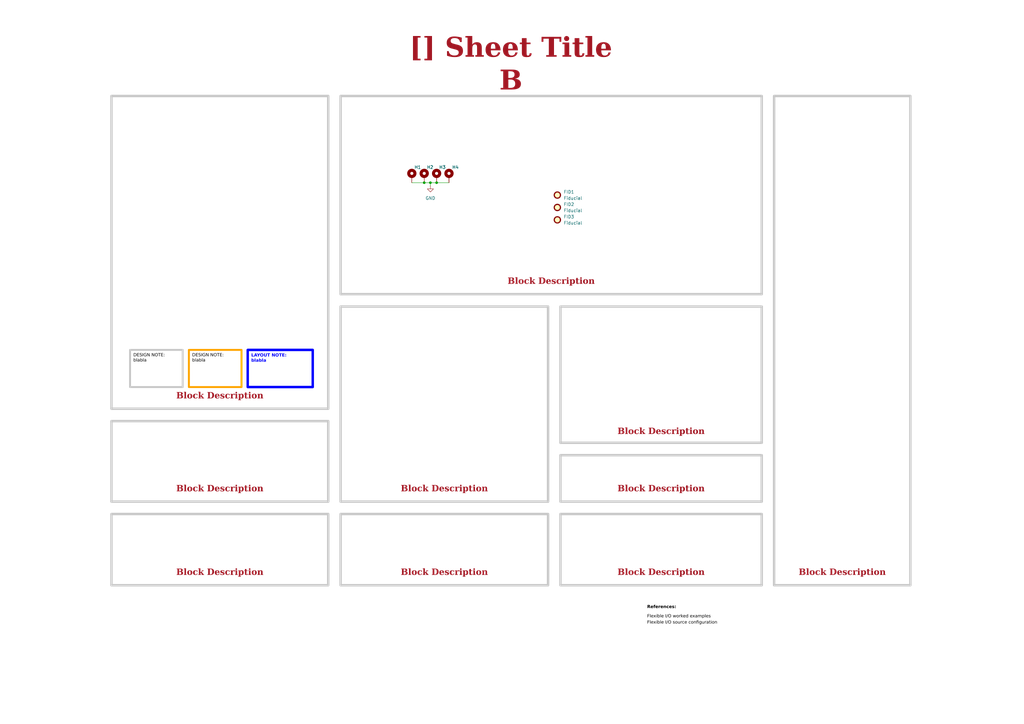
<source format=kicad_sch>
(kicad_sch (version 20250114) (generator "eeschema") (generator_version "9.0")
  (paper "A3")
  (title_block (title "Sheet Title B") (date "2025-01-12") (rev "${REVISION}") (company "${COMPANY}"))
  (lib_symbols
    (symbol "Mechanical:Fiducial" (in_bom no)
      (property "Reference" "FID" (at 0 5.08 0))
      (property "Value" "Fiducial" (at 0 3.175 0))
      (symbol "Fiducial_0_1"
        (circle (center 0 0) (radius 1.27) (stroke (width 0.508)) (fill (type background)))
      )
    )
    (symbol "Mechanical:MountingHole_Pad" (pin_numbers (hide yes)) (pin_names (offset 1.016) (hide yes)) (in_bom no)
      (property "Reference" "H" (at 0 6.35 0))
      (property "Value" "MountingHole_Pad" (at 0 4.445 0))
      (symbol "MountingHole_Pad_0_1"
        (circle (center 0 1.27) (radius 1.27) (stroke (width 1.27)))
      )
      (symbol "MountingHole_Pad_1_1"
        (pin input line (at 0 -2.54 90) (length 2.54) (name "1") (number "1"))
      )
    )
    (symbol "power:GND" (power) (pin_numbers (hide yes)) (pin_names (offset 0) (hide yes))
      (property "Value" "GND" (at 0 -3.81 0))
      (symbol "GND_0_1"
        (polyline (pts (xy 0 0) (xy 0 -1.27) (xy 1.27 -1.27) (xy 0 -2.54) (xy -1.27 -1.27) (xy 0 -1.27)))
      )
      (symbol "GND_1_1"
        (pin power_in line (at 0 0 270) (length 0) (name "~") (number "1"))
      )
    )
  )
  (rectangle (start 139.7 125.73) (end 224.79 205.74) (stroke (width 1) (color 200 200 200 1)))
  (rectangle (start 317.5 39.37) (end 373.38 240.03) (stroke (width 1) (color 200 200 200 1)))
  (rectangle (start 45.72 172.72) (end 134.62 205.74) (stroke (width 1) (color 200 200 200 1)))
  (rectangle (start 45.72 210.82) (end 134.62 240.03) (stroke (width 1) (color 200 200 200 1)))
  (rectangle (start 229.87 186.69) (end 312.42 205.74) (stroke (width 1) (color 200 200 200 1)))
  (rectangle (start 229.87 125.73) (end 312.42 181.61) (stroke (width 1) (color 200 200 200 1)))
  (rectangle (start 139.7 210.82) (end 224.79 240.03) (stroke (width 1) (color 200 200 200 1)))
  (rectangle (start 45.72 39.37) (end 134.62 167.64) (stroke (width 1) (color 200 200 200 1)))
  (rectangle (start 139.7 39.37) (end 312.42 120.65) (stroke (width 1) (color 200 200 200 1)))
  (rectangle (start 229.87 210.82) (end 312.42 240.03) (stroke (width 1) (color 200 200 200 1)))
  (text "Flexible I/O worked examples" (at 265.43 254 0) (effects (font (size 1.27 1.27)) (justify left bottom)))
  (text "References:" (at 265.43 250.19 0) (effects (font (size 1.27 1.27) (thickness 0.254) (bold yes)) (justify left bottom)))
  (text "Flexible I/O source configuration" (at 265.43 256.54 0) (effects (font (size 1.27 1.27)) (justify left bottom)))
  (text_box "Block Description" (at 46.99 194.31 0) (size 86.36 9.525) (margins 1.9049 1.9049 1.9049 1.9049) (stroke (width -0.0001)) (effects (font (size 2.54 2.54) (thickness 0.508) (bold yes)) (justify bottom)))
  (text_box "Block Description" (at 140.97 228.6 0) (size 82.55 9.525) (margins 1.9049 1.9049 1.9049 1.9049) (stroke (width -0.0001)) (effects (font (size 2.54 2.54) (thickness 0.508) (bold yes)) (justify bottom)))
  (text_box "[${#}] ${TITLE}" (at 161.29 20.32 0) (size 96.52 12.7) (margins 5.9999 5.9999 5.9999 5.9999) (stroke (width -0.0001)) (effects (font (size 8 8) (thickness 1.2) (bold yes))))
  (text_box "Block Description" (at 46.99 228.6 0) (size 86.36 9.525) (margins 1.9049 1.9049 1.9049 1.9049) (stroke (width -0.0001)) (effects (font (size 2.54 2.54) (thickness 0.508) (bold yes)) (justify bottom)))
  (text_box "DESIGN NOTE:\nblabla" (at 77.47 143.51 0) (size 21.59 15.24) (margins 1.3525 1.3525 1.3525 1.3525) (stroke (width 0.8) (color 255 165 0 1)) (effects (font (size 1.27 1.27)) (justify left top)))
  (text_box "Block Description" (at 231.14 228.6 0) (size 80.01 9.525) (margins 1.9049 1.9049 1.9049 1.9049) (stroke (width -0.0001)) (effects (font (size 2.54 2.54) (thickness 0.508) (bold yes)) (justify bottom)))
  (text_box "LAYOUT NOTE:\nblabla" (at 101.6 143.51 0) (size 26.67 15.24) (margins 1.4525 1.4525 1.4525 1.4525) (stroke (width 1) (color 0 0 255 1)) (effects (font (size 1.27 1.27) (thickness 0.4) (bold yes)) (justify left top)))
  (text_box "Block Description" (at 46.99 156.21 0) (size 86.36 9.525) (margins 1.9049 1.9049 1.9049 1.9049) (stroke (width -0.0001)) (effects (font (size 2.54 2.54) (thickness 0.508) (bold yes)) (justify bottom)))
  (text_box "Block Description" (at 142.24 109.22 0) (size 167.64 9.525) (margins 1.9049 1.9049 1.9049 1.9049) (stroke (width -0.0001)) (effects (font (size 2.54 2.54) (thickness 0.508) (bold yes)) (justify bottom)))
  (text_box "Block Description" (at 231.775 170.815 0) (size 78.74 9.525) (margins 1.9049 1.9049 1.9049 1.9049) (stroke (width -0.0001)) (effects (font (size 2.54 2.54) (thickness 0.508) (bold yes)) (justify bottom)))
  (text_box "Block Description" (at 231.14 194.31 0) (size 80.01 9.525) (margins 1.9049 1.9049 1.9049 1.9049) (stroke (width -0.0001)) (effects (font (size 2.54 2.54) (thickness 0.508) (bold yes)) (justify bottom)))
  (text_box "Block Description" (at 318.77 228.6 0) (size 53.34 9.525) (margins 1.9049 1.9049 1.9049 1.9049) (stroke (width -0.0001)) (effects (font (size 2.54 2.54) (thickness 0.508) (bold yes)) (justify bottom)))
  (text_box "DESIGN NOTE:\nblabla" (at 53.34 143.51 0) (size 21.59 15.24) (margins 1.3525 1.3525 1.3525 1.3525) (stroke (width 0.8) (color 200 200 200 1)) (effects (font (size 1.27 1.27)) (justify left top)))
  (text_box "Block Description" (at 140.97 194.31 0) (size 82.55 9.525) (margins 1.9049 1.9049 1.9049 1.9049) (stroke (width -0.0001)) (effects (font (size 2.54 2.54) (thickness 0.508) (bold yes)) (justify bottom)))
  (junction (at 173.99 74.93))
  (junction (at 179.07 74.93))
  (junction (at 176.53 74.93))
  (wire (pts (xy 176.53 74.93) (xy 176.53 76.2)))
  (wire (pts (xy 173.99 74.93) (xy 176.53 74.93)))
  (wire (pts (xy 168.91 74.93) (xy 173.99 74.93)))
  (wire (pts (xy 179.07 74.93) (xy 184.15 74.93)))
  (wire (pts (xy 176.53 74.93) (xy 179.07 74.93)))
  (symbol (lib_id "Mechanical:Fiducial") (at 228.6 85.09 0) (unit 1) (in_bom no)
    (property "Reference" "FID2" (at 231.14 83.8199 0) (effects (justify left)))
    (property "Value" "Fiducial" (at 231.14 86.3599 0) (effects (justify left)))
    (property "Footprint" "Fiducial:Fiducial_1.5mm_Mask3mm" (effects (hide yes)))
    (property "Description" "Fiducial Marker" (effects (hide yes)))
  )
  (symbol (lib_id "Mechanical:MountingHole_Pad") (at 184.15 72.39 0) (unit 1) (in_bom no)
    (property "Reference" "H4" (at 185.42 68.58 0) (effects (justify left)))
    (property "Value" "MountingHole_Pad" (effects (hide yes)))
    (property "Footprint" "MountingHole:MountingHole_3.2mm_M3_Pad_Via" (effects (hide yes)))
    (property "Description" "Mounting Hole with connection" (effects (hide yes)))
  )
  (symbol (lib_id "power:GND") (at 176.53 76.2 0) (unit 1)
    (property "Reference" "#PWR022" (effects (hide yes)))
    (property "Value" "GND" (at 176.53 81.28 0))
    (property "Description" "Power symbol creates a global label with name \"GND\" , ground" (effects (hide yes)))
  )
  (symbol (lib_id "Mechanical:MountingHole_Pad") (at 168.91 72.39 0) (unit 1) (in_bom no)
    (property "Reference" "H1" (at 169.926 68.58 0) (effects (justify left)))
    (property "Value" "MountingHole_Pad" (effects (hide yes)))
    (property "Footprint" "MountingHole:MountingHole_3.2mm_M3_Pad_Via" (effects (hide yes)))
    (property "Description" "Mounting Hole with connection" (effects (hide yes)))
  )
  (symbol (lib_id "Mechanical:Fiducial") (at 228.6 90.17 0) (unit 1) (in_bom no)
    (property "Reference" "FID3" (at 231.14 88.8999 0) (effects (justify left)))
    (property "Value" "Fiducial" (at 231.14 91.4399 0) (effects (justify left)))
    (property "Footprint" "Fiducial:Fiducial_1.5mm_Mask3mm" (effects (hide yes)))
    (property "Description" "Fiducial Marker" (effects (hide yes)))
  )
  (symbol (lib_id "Mechanical:MountingHole_Pad") (at 173.99 72.39 0) (unit 1) (in_bom no)
    (property "Reference" "H2" (at 175.006 68.58 0) (effects (justify left)))
    (property "Value" "MountingHole_Pad" (effects (hide yes)))
    (property "Footprint" "MountingHole:MountingHole_3.2mm_M3_Pad_Via" (effects (hide yes)))
    (property "Description" "Mounting Hole with connection" (effects (hide yes)))
  )
  (symbol (lib_id "Mechanical:MountingHole_Pad") (at 179.07 72.39 0) (unit 1) (in_bom no)
    (property "Reference" "H3" (at 180.086 68.58 0) (effects (justify left)))
    (property "Value" "MountingHole_Pad" (effects (hide yes)))
    (property "Footprint" "MountingHole:MountingHole_3.2mm_M3_Pad_Via" (effects (hide yes)))
    (property "Description" "Mounting Hole with connection" (effects (hide yes)))
  )
  (symbol (lib_id "Mechanical:Fiducial") (at 228.6 80.01 0) (unit 1) (in_bom no)
    (property "Reference" "FID1" (at 231.14 78.7399 0) (effects (justify left)))
    (property "Value" "Fiducial" (at 231.14 81.2799 0) (effects (justify left)))
    (property "Footprint" "Fiducial:Fiducial_1.5mm_Mask3mm" (effects (hide yes)))
    (property "Description" "Fiducial Marker" (effects (hide yes)))
  )
)
</source>
